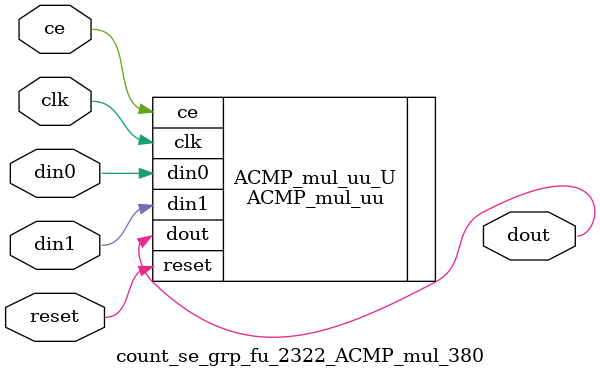
<source format=v>

`timescale 1 ns / 1 ps
module count_se_grp_fu_2322_ACMP_mul_380(
    clk,
    reset,
    ce,
    din0,
    din1,
    dout);

parameter ID = 32'd1;
parameter NUM_STAGE = 32'd1;
parameter din0_WIDTH = 32'd1;
parameter din1_WIDTH = 32'd1;
parameter dout_WIDTH = 32'd1;
input clk;
input reset;
input ce;
input[din0_WIDTH - 1:0] din0;
input[din1_WIDTH - 1:0] din1;
output[dout_WIDTH - 1:0] dout;



ACMP_mul_uu #(
.ID( ID ),
.NUM_STAGE( 3 ),
.din0_WIDTH( din0_WIDTH ),
.din1_WIDTH( din1_WIDTH ),
.dout_WIDTH( dout_WIDTH ))
ACMP_mul_uu_U(
    .clk( clk ),
    .reset( reset ),
    .ce( ce ),
    .din0( din0 ),
    .din1( din1 ),
    .dout( dout ));

endmodule

</source>
